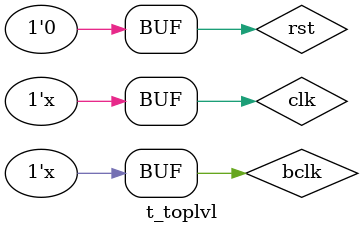
<source format=v>
`timescale 1ns / 1ps
module t_toplvl ();
    reg rst, clk;
    wire [15:0] MPD;
    wire [6:0] MPA; 
    wire MPBRDY, MPIRQ, MPOE, MPWE, MPCE, dreq, cfrden, cfrdempty;
    wire cfclk, cfwren, cfwrfull, intcf;
    wire [10:0] cfoa, cfain;
    wire [23:0] cfdo, cfdin;
    wire [15:0] Data_to_WTU;
    wire txd, rxd;
    reg bclk;
    
    reg [15:0] tdata, dout;
      
 CF_INT uut( .CF_MPD(MPD), .CF_MPA(MPA), .CF_MPBRDY(MPBRDY), .CF_MPIRQ(MPIRQ), .CF_MP_OE_Z(MPOE), .CF_MP_WE_Z(MPWE),
   .CF_MP_CE_Z(MPCE), .FPGA_SYSTEMACE_CLOCK(clk), .rst(rst), .wtu_dataRequest(dreq), .data_to_wtu(data_to_wtu), 
   .cf_rd_en(cfrden),	.cf_rd_empty(cfrdempty), .cf_clk(cfclk), .cf_wr_en(cfwren),
    .cf_wr_full(cfwrfull), .int_CF(intcf),	.cf_data_out(cfdo), .cf_addr_out(cfao), 
    .cf_data_in(cfdin), .cf_addr_in(cfain), .wr_to_wtu(wr_to_wtu), 
    .txd(txd), .rxd(rxd), .clk(bclk) );   
	
	initial clk = 0;
	initial bclk = 0;
   initial begin	
	   rst = 0;
	   #15 rst = 1;
	   #10 rst = 0;

    end 

always 
  ///////////////////
  // 500MHz clock // 
  /////////////////
  #1 clk = ~clk;
  
always #2 bclk = ~bclk;

always @ ( posedge rst, posedge MPOE) begin
    if (rst ) begin
       dout <= 16'h0103;
    end
  else if ( MPOE ) begin
      dout <= 16'h010f;
    end
  else begin
      dout <= tdata;
    end
 end
  
  always @ (  posedge rst,posedge clk) begin
    if (rst ) begin
       tdata <= 16'h0103;
    end
  else begin
    tdata <= dout;
  end
  end
  
	
	assign MPD = (MPOE)? 16'bz : tdata; 
	
	
endmodule
</source>
